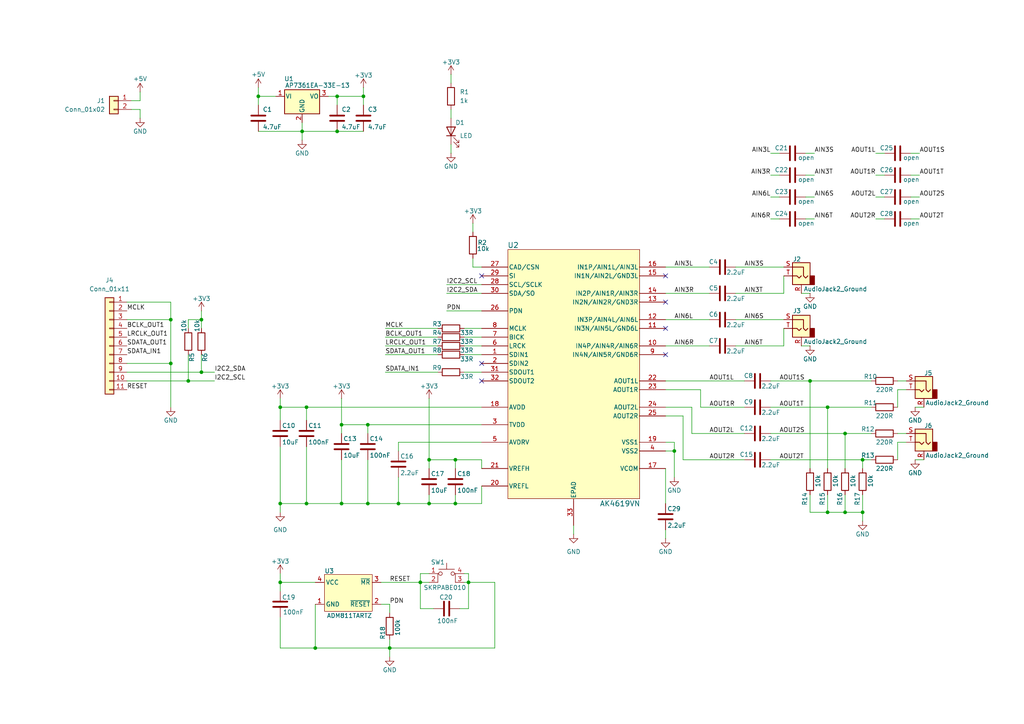
<source format=kicad_sch>
(kicad_sch (version 20250114) (generator "eeschema") (generator_version "9.0")
  (paper "A4")
  (lib_symbols
    (symbol "AudioJack2_Ground_1"
      (property "Reference" "J1" (at -0.635 8.89 0))
      (property "Value" "AudioJack2_Ground" (at -0.635 6.35 0))
      (symbol "AudioJack2_Ground_1_0_1"
        (rectangle (start -2.54 -2.54) (end -3.81 0) (stroke (width 0.254)) (fill (type outline)))
        (polyline (pts (xy 0 0) (xy 0.635 -0.635) (xy 1.27 0) (xy 2.54 0)) (stroke (width 0.254)))
        (rectangle (start 2.54 3.81) (end -2.54 -2.54) (stroke (width 0.254)) (fill (type background)))
        (polyline (pts (xy 2.54 2.54) (xy -0.635 2.54) (xy -0.635 0) (xy -1.27 -0.635) (xy -1.905 0)) (stroke (width 0.254)))
      )
      (symbol "AudioJack2_Ground_1_1_1"
        (pin passive line (at 0 -5.08 90) (length 2.54) (name "~") (number "R"))
        (pin passive line (at 5.08 2.54 180) (length 2.54) (name "~") (number "S"))
        (pin passive line (at 5.08 0 180) (length 2.54) (name "~") (number "T"))
      )
    )
    (symbol "Connector_Generic:Conn_01x02" (pin_names (offset 1.016) (hide yes))
      (property "Reference" "J" (at 0 2.54 0))
      (property "Value" "Conn_01x02" (at 0 -5.08 0))
      (symbol "Conn_01x02_1_1"
        (rectangle (start -1.27 1.27) (end 1.27 -3.81) (stroke (width 0.254)) (fill (type background)))
        (rectangle (start -1.27 0.127) (end 0 -0.127) (stroke (width 0.1524)))
        (rectangle (start -1.27 -2.413) (end 0 -2.667) (stroke (width 0.1524)))
        (pin passive line (at -5.08 0 0) (length 3.81) (name "Pin_1") (number "1"))
        (pin passive line (at -5.08 -2.54 0) (length 3.81) (name "Pin_2") (number "2"))
      )
    )
    (symbol "Connector_Generic:Conn_01x11" (pin_names (offset 1.016) (hide yes))
      (property "Reference" "J" (at 0 15.24 0))
      (property "Value" "Conn_01x11" (at 0 -15.24 0))
      (symbol "Conn_01x11_1_1"
        (rectangle (start -1.27 13.97) (end 1.27 -13.97) (stroke (width 0.254)) (fill (type background)))
        (rectangle (start -1.27 12.827) (end 0 12.573) (stroke (width 0.1524)))
        (rectangle (start -1.27 10.287) (end 0 10.033) (stroke (width 0.1524)))
        (rectangle (start -1.27 7.747) (end 0 7.493) (stroke (width 0.1524)))
        (rectangle (start -1.27 5.207) (end 0 4.953) (stroke (width 0.1524)))
        (rectangle (start -1.27 2.667) (end 0 2.413) (stroke (width 0.1524)))
        (rectangle (start -1.27 0.127) (end 0 -0.127) (stroke (width 0.1524)))
        (rectangle (start -1.27 -2.413) (end 0 -2.667) (stroke (width 0.1524)))
        (rectangle (start -1.27 -4.953) (end 0 -5.207) (stroke (width 0.1524)))
        (rectangle (start -1.27 -7.493) (end 0 -7.747) (stroke (width 0.1524)))
        (rectangle (start -1.27 -10.033) (end 0 -10.287) (stroke (width 0.1524)))
        (rectangle (start -1.27 -12.573) (end 0 -12.827) (stroke (width 0.1524)))
        (pin passive line (at -5.08 12.7 0) (length 3.81) (name "Pin_1") (number "1"))
        (pin passive line (at -5.08 10.16 0) (length 3.81) (name "Pin_2") (number "2"))
        (pin passive line (at -5.08 7.62 0) (length 3.81) (name "Pin_3") (number "3"))
        (pin passive line (at -5.08 5.08 0) (length 3.81) (name "Pin_4") (number "4"))
        (pin passive line (at -5.08 2.54 0) (length 3.81) (name "Pin_5") (number "5"))
        (pin passive line (at -5.08 0 0) (length 3.81) (name "Pin_6") (number "6"))
        (pin passive line (at -5.08 -2.54 0) (length 3.81) (name "Pin_7") (number "7"))
        (pin passive line (at -5.08 -5.08 0) (length 3.81) (name "Pin_8") (number "8"))
        (pin passive line (at -5.08 -7.62 0) (length 3.81) (name "Pin_9") (number "9"))
        (pin passive line (at -5.08 -10.16 0) (length 3.81) (name "Pin_10") (number "10"))
        (pin passive line (at -5.08 -12.7 0) (length 3.81) (name "Pin_11") (number "11"))
      )
    )
    (symbol "Device:C" (pin_numbers (hide yes)) (pin_names (offset 0.254))
      (property "Reference" "C" (at 0.635 2.54 0))
      (property "Value" "C" (at 0.635 -2.54 0))
      (symbol "C_0_1"
        (polyline (pts (xy -2.032 0.762) (xy 2.032 0.762)) (stroke (width 0.508)))
        (polyline (pts (xy -2.032 -0.762) (xy 2.032 -0.762)) (stroke (width 0.508)))
      )
      (symbol "C_1_1"
        (pin passive line (at 0 3.81 270) (length 2.794) (name "~") (number "1"))
        (pin passive line (at 0 -3.81 90) (length 2.794) (name "~") (number "2"))
      )
    )
    (symbol "Device:LED" (pin_numbers (hide yes)) (pin_names (offset 1.016) (hide yes))
      (property "Reference" "D" (at 0 2.54 0))
      (property "Value" "LED" (at 0 -2.54 0))
      (symbol "LED_0_1"
        (polyline (pts (xy -3.048 -0.762) (xy -4.572 -2.286) (xy -3.81 -2.286) (xy -4.572 -2.286) (xy -4.572 -1.524)))
        (polyline (pts (xy -1.778 -0.762) (xy -3.302 -2.286) (xy -2.54 -2.286) (xy -3.302 -2.286) (xy -3.302 -1.524)))
        (polyline (pts (xy -1.27 0) (xy 1.27 0)))
        (polyline (pts (xy -1.27 -1.27) (xy -1.27 1.27)) (stroke (width 0.254)))
        (polyline (pts (xy 1.27 -1.27) (xy 1.27 1.27) (xy -1.27 0) (xy 1.27 -1.27)) (stroke (width 0.254)))
      )
      (symbol "LED_1_1"
        (pin passive line (at -3.81 0 0) (length 2.54) (name "K") (number "1"))
        (pin passive line (at 3.81 0 180) (length 2.54) (name "A") (number "2"))
      )
    )
    (symbol "Device:R" (pin_numbers (hide yes)) (pin_names (offset 0))
      (property "Reference" "R" (at 2.032 0 90))
      (property "Value" "R" (at 0 0 90))
      (symbol "R_0_1"
        (rectangle (start -1.016 -2.54) (end 1.016 2.54) (stroke (width 0.254)))
      )
      (symbol "R_1_1"
        (pin passive line (at 0 3.81 270) (length 1.27) (name "~") (number "1"))
        (pin passive line (at 0 -3.81 90) (length 1.27) (name "~") (number "2"))
      )
    )
    (symbol "My_Parts:ADM811"
      (property "Reference" "U" (at -6.858 5.842 0))
      (property "Value" "ADM811TARTZ" (at -0.508 -6.858 0))
      (symbol "ADM811_1_1"
        (rectangle (start -7.493 4.826) (end 6.35 -5.842) (fill (type background)))
        (pin power_in line (at -10.16 2.54 0) (length 2.54) (name "VCC") (number "4"))
        (pin passive line (at -10.16 -3.81 0) (length 2.54) (name "GND") (number "1"))
        (pin input line (at 8.89 2.54 180) (length 2.54) (name "~{MR}") (number "3"))
        (pin output line (at 8.89 -3.81 180) (length 2.54) (name "~{RESET}") (number "2"))
      )
    )
    (symbol "My_Parts:AK4619VN" (pin_names (offset 0.254))
      (property "Reference" "U" (at -18.034 34.29 0))
      (property "Value" "AK4619VN" (at 13.208 -40.894 0))
      (symbol "AK4619VN_1_1"
        (rectangle (start -19.05 33.02) (end 19.177 -39.243) (fill (type background)))
        (pin input line (at -26.67 27.94 0) (length 7.62) (name "CAD/CSN") (number "27"))
        (pin input line (at -26.67 25.4 0) (length 7.62) (name "SI") (number "29"))
        (pin input line (at -26.67 22.86 0) (length 7.62) (name "SCL/SCLK") (number "28"))
        (pin bidirectional line (at -26.67 20.32 0) (length 7.62) (name "SDA/SO") (number "30"))
        (pin input line (at -26.67 15.24 0) (length 7.62) (name "PDN") (number "26"))
        (pin input line (at -26.67 10.16 0) (length 7.62) (name "MCLK") (number "8"))
        (pin input line (at -26.67 7.62 0) (length 7.62) (name "BICK") (number "7"))
        (pin input line (at -26.67 5.08 0) (length 7.62) (name "LRCK") (number "6"))
        (pin input line (at -26.67 2.54 0) (length 7.62) (name "SDIN1") (number "1"))
        (pin input line (at -26.67 0 0) (length 7.62) (name "SDIN2") (number "2"))
        (pin output line (at -26.67 -2.54 0) (length 7.62) (name "SDOUT1") (number "31"))
        (pin output line (at -26.67 -5.08 0) (length 7.62) (name "SDOUT2") (number "32"))
        (pin power_in line (at -26.67 -12.7 0) (length 7.62) (name "AVDD") (number "18"))
        (pin power_in line (at -26.67 -17.78 0) (length 7.62) (name "TVDD") (number "3"))
        (pin power_out line (at -26.67 -22.86 0) (length 7.62) (name "AVDRV") (number "5"))
        (pin input line (at -26.67 -30.48 0) (length 7.62) (name "VREFH") (number "21"))
        (pin input line (at -26.67 -35.56 0) (length 7.62) (name "VREFL") (number "20"))
        (pin passive line (at 0 -46.99 90) (length 7.62) (name "EPAD") (number "33"))
        (pin input line (at 26.67 27.94 180) (length 7.62) (name "IN1P/AIN1L/AIN3L") (number "16"))
        (pin input line (at 26.67 25.4 180) (length 7.62) (name "IN1N/AIN2L/GND3L") (number "15"))
        (pin input line (at 26.67 20.32 180) (length 7.62) (name "IN2P/AIN1R/AIN3R") (number "14"))
        (pin input line (at 26.67 17.78 180) (length 7.62) (name "IN2N/AIN2R/GND3R") (number "13"))
        (pin input line (at 26.67 12.7 180) (length 7.62) (name "IN3P/AIN4L/AIN6L") (number "12"))
        (pin input line (at 26.67 10.16 180) (length 7.62) (name "IN3N/AIN5L/GND6L") (number "11"))
        (pin input line (at 26.67 5.08 180) (length 7.62) (name "IN4P/AIN4R/AIN6R") (number "10"))
        (pin input line (at 26.67 2.54 180) (length 7.62) (name "IN4N/AIN5R/GND6R") (number "9"))
        (pin output line (at 26.67 -5.08 180) (length 7.62) (name "AOUT1L") (number "22"))
        (pin output line (at 26.67 -7.62 180) (length 7.62) (name "AOUT1R") (number "23"))
        (pin output line (at 26.67 -12.7 180) (length 7.62) (name "AOUT2L") (number "24"))
        (pin output line (at 26.67 -15.24 180) (length 7.62) (name "AOUT2R") (number "25"))
        (pin passive line (at 26.67 -22.86 180) (length 7.62) (name "VSS1") (number "19"))
        (pin passive line (at 26.67 -25.4 180) (length 7.62) (name "VSS2") (number "4"))
        (pin output line (at 26.67 -30.48 180) (length 7.62) (name "VCOM") (number "17"))
      )
    )
    (symbol "Regulator_Linear:AP7361C-18E" (pin_names (offset 0.254))
      (property "Reference" "U" (at -3.81 3.175 0))
      (property "Value" "AP7361C-18E" (at 0 3.175 0))
      (symbol "AP7361C-18E_0_1"
        (rectangle (start -5.08 -5.08) (end 5.08 1.905) (stroke (width 0.254)) (fill (type background)))
      )
      (symbol "AP7361C-18E_1_1"
        (pin power_in line (at -7.62 0 0) (length 2.54) (name "VI") (number "1"))
        (pin power_in line (at 0 -7.62 90) (length 2.54) (name "GND") (number "2"))
        (pin power_out line (at 7.62 0 180) (length 2.54) (name "VO") (number "3"))
      )
    )
    (symbol "Switch:SW_MEC_5E" (pin_names (offset 1.016) (hide yes))
      (property "Reference" "SW" (at 0.635 5.715 0))
      (property "Value" "SW_MEC_5E" (at 0 -3.175 0))
      (symbol "SW_MEC_5E_0_1"
        (polyline (pts (xy -2.54 0) (xy -2.54 2.54) (xy -2.286 2.54)))
        (polyline (pts (xy -2.286 3.81) (xy 2.286 3.81)))
        (circle (center -1.778 2.54) (radius 0.508))
        (polyline (pts (xy 0 3.81) (xy 0 5.588)))
        (circle (center 1.778 2.54) (radius 0.508))
        (polyline (pts (xy 2.54 0) (xy 2.54 2.54) (xy 2.286 2.54)))
        (pin passive line (at -5.08 2.54 0) (length 2.54) (name "1") (number "1"))
        (pin passive line (at -5.08 0 0) (length 2.54) (name "2") (number "2"))
        (pin passive line (at 5.08 2.54 180) (length 2.54) (name "A") (number "4"))
        (pin passive line (at 5.08 0 180) (length 2.54) (name "K") (number "3"))
      )
    )
    (symbol "power:+3V3" (power) (pin_numbers (hide yes)) (pin_names (offset 0) (hide yes))
      (property "Value" "+3V3" (at 0 3.556 0))
      (symbol "+3V3_0_1"
        (polyline (pts (xy -0.762 1.27) (xy 0 2.54)))
        (polyline (pts (xy 0 2.54) (xy 0.762 1.27)))
        (polyline (pts (xy 0 0) (xy 0 2.54)))
      )
      (symbol "+3V3_1_1"
        (pin power_in line (at 0 0 90) (length 0) (name "~") (number "1"))
      )
    )
    (symbol "power:+5V" (power) (pin_numbers (hide yes)) (pin_names (offset 0) (hide yes))
      (property "Value" "+5V" (at 0 3.556 0))
      (symbol "+5V_0_1"
        (polyline (pts (xy -0.762 1.27) (xy 0 2.54)))
        (polyline (pts (xy 0 2.54) (xy 0.762 1.27)))
        (polyline (pts (xy 0 0) (xy 0 2.54)))
      )
      (symbol "+5V_1_1"
        (pin power_in line (at 0 0 90) (length 0) (name "~") (number "1"))
      )
    )
    (symbol "power:GND" (power) (pin_numbers (hide yes)) (pin_names (offset 0) (hide yes))
      (property "Value" "GND" (at 0 -3.81 0))
      (symbol "GND_0_1"
        (polyline (pts (xy 0 0) (xy 0 -1.27) (xy 1.27 -1.27) (xy 0 -2.54) (xy -1.27 -1.27) (xy 0 -1.27)))
      )
      (symbol "GND_1_1"
        (pin power_in line (at 0 0 270) (length 0) (name "~") (number "1"))
      )
    )
  )
  (junction (at 99.06 146.05))
  (junction (at 88.9 118.11))
  (junction (at 240.03 118.11))
  (junction (at 115.57 146.05))
  (junction (at 81.28 168.91))
  (junction (at 81.28 146.05))
  (junction (at 58.42 107.95))
  (junction (at 240.03 148.59))
  (junction (at 97.79 38.1))
  (junction (at 88.9 146.05))
  (junction (at 87.63 38.1))
  (junction (at 97.79 27.94))
  (junction (at 132.08 133.35))
  (junction (at 250.19 148.59))
  (junction (at 49.53 105.41))
  (junction (at 81.28 118.11))
  (junction (at 74.93 27.94))
  (junction (at 113.03 187.96))
  (junction (at 54.61 110.49))
  (junction (at 124.46 146.05))
  (junction (at 121.92 168.91))
  (junction (at 234.95 110.49))
  (junction (at 195.58 130.81))
  (junction (at 106.68 123.19))
  (junction (at 124.46 133.35))
  (junction (at 105.41 27.94))
  (junction (at 58.42 92.71))
  (junction (at 49.53 92.71))
  (junction (at 245.11 125.73))
  (junction (at 99.06 123.19))
  (junction (at 132.08 146.05))
  (junction (at 91.44 187.96))
  (junction (at 106.68 146.05))
  (junction (at 135.89 168.91))
  (junction (at 245.11 148.59))
  (junction (at 250.19 133.35))
  (no_connect (at 193.04 87.63))
  (no_connect (at 139.7 110.49))
  (no_connect (at 193.04 80.01))
  (no_connect (at 193.04 102.87))
  (no_connect (at 139.7 80.01))
  (no_connect (at 193.04 95.25))
  (no_connect (at 139.7 105.41))
  (wire (pts (xy 36.83 107.95) (xy 58.42 107.95)))
  (wire (pts (xy 130.81 41.91) (xy 130.81 44.45)))
  (wire (pts (xy 250.19 143.51) (xy 250.19 148.59)))
  (wire (pts (xy 143.51 168.91) (xy 135.89 168.91)))
  (wire (pts (xy 193.04 110.49) (xy 215.9 110.49)))
  (wire (pts (xy 124.46 143.51) (xy 124.46 146.05)))
  (wire (pts (xy 134.62 107.95) (xy 139.7 107.95)))
  (wire (pts (xy 193.04 113.03) (xy 203.2 113.03)))
  (wire (pts (xy 200.66 125.73) (xy 215.9 125.73)))
  (wire (pts (xy 81.28 179.07) (xy 81.28 187.96)))
  (wire (pts (xy 80.01 27.94) (xy 74.93 27.94)))
  (wire (pts (xy 223.52 57.15) (xy 226.06 57.15)))
  (wire (pts (xy 234.95 148.59) (xy 240.03 148.59)))
  (wire (pts (xy 87.63 38.1) (xy 97.79 38.1)))
  (wire (pts (xy 115.57 128.27) (xy 139.7 128.27)))
  (wire (pts (xy 254 63.5) (xy 256.54 63.5)))
  (wire (pts (xy 245.11 125.73) (xy 245.11 135.89)))
  (wire (pts (xy 81.28 166.37) (xy 81.28 168.91)))
  (wire (pts (xy 74.93 27.94) (xy 74.93 30.48)))
  (wire (pts (xy 193.04 130.81) (xy 195.58 130.81)))
  (wire (pts (xy 111.76 107.95) (xy 127 107.95)))
  (wire (pts (xy 250.19 148.59) (xy 250.19 151.13)))
  (wire (pts (xy 250.19 133.35) (xy 250.19 135.89)))
  (wire (pts (xy 124.46 166.37) (xy 121.92 166.37)))
  (wire (pts (xy 130.81 21.59) (xy 130.81 24.13)))
  (wire (pts (xy 106.68 146.05) (xy 115.57 146.05)))
  (wire (pts (xy 223.52 118.11) (xy 240.03 118.11)))
  (wire (pts (xy 227.33 85.09) (xy 227.33 80.01)))
  (wire (pts (xy 193.04 77.47) (xy 205.74 77.47)))
  (wire (pts (xy 58.42 102.87) (xy 58.42 107.95)))
  (wire (pts (xy 245.11 125.73) (xy 252.73 125.73)))
  (wire (pts (xy 233.68 50.8) (xy 236.22 50.8)))
  (wire (pts (xy 74.93 38.1) (xy 87.63 38.1)))
  (wire (pts (xy 95.25 27.94) (xy 97.79 27.94)))
  (wire (pts (xy 106.68 133.35) (xy 106.68 146.05)))
  (wire (pts (xy 198.12 133.35) (xy 215.9 133.35)))
  (wire (pts (xy 129.54 85.09) (xy 139.7 85.09)))
  (wire (pts (xy 87.63 38.1) (xy 87.63 40.64)))
  (wire (pts (xy 139.7 118.11) (xy 88.9 118.11)))
  (wire (pts (xy 234.95 143.51) (xy 234.95 148.59)))
  (wire (pts (xy 99.06 133.35) (xy 99.06 146.05)))
  (wire (pts (xy 137.16 77.47) (xy 139.7 77.47)))
  (wire (pts (xy 139.7 135.89) (xy 139.7 133.35)))
  (wire (pts (xy 81.28 168.91) (xy 81.28 171.45)))
  (wire (pts (xy 137.16 74.93) (xy 137.16 77.47)))
  (wire (pts (xy 134.62 100.33) (xy 139.7 100.33)))
  (wire (pts (xy 87.63 35.56) (xy 87.63 38.1)))
  (wire (pts (xy 134.62 166.37) (xy 135.89 166.37)))
  (wire (pts (xy 105.41 25.4) (xy 105.41 27.94)))
  (wire (pts (xy 265.43 133.35) (xy 267.97 133.35)))
  (wire (pts (xy 213.36 92.71) (xy 227.33 92.71)))
  (wire (pts (xy 110.49 168.91) (xy 121.92 168.91)))
  (wire (pts (xy 134.62 95.25) (xy 139.7 95.25)))
  (wire (pts (xy 88.9 118.11) (xy 88.9 121.92)))
  (wire (pts (xy 58.42 92.71) (xy 58.42 95.25)))
  (wire (pts (xy 234.95 110.49) (xy 252.73 110.49)))
  (wire (pts (xy 36.83 110.49) (xy 54.61 110.49)))
  (wire (pts (xy 233.68 44.45) (xy 236.22 44.45)))
  (wire (pts (xy 113.03 187.96) (xy 113.03 190.5)))
  (wire (pts (xy 124.46 146.05) (xy 132.08 146.05)))
  (wire (pts (xy 135.89 166.37) (xy 135.89 168.91)))
  (wire (pts (xy 113.03 175.26) (xy 113.03 177.8)))
  (wire (pts (xy 133.35 176.53) (xy 135.89 176.53)))
  (wire (pts (xy 129.54 90.17) (xy 139.7 90.17)))
  (wire (pts (xy 36.83 105.41) (xy 49.53 105.41)))
  (wire (pts (xy 81.28 118.11) (xy 88.9 118.11)))
  (wire (pts (xy 124.46 135.89) (xy 124.46 133.35)))
  (wire (pts (xy 105.41 27.94) (xy 97.79 27.94)))
  (wire (pts (xy 227.33 100.33) (xy 227.33 95.25)))
  (wire (pts (xy 115.57 138.43) (xy 115.57 146.05)))
  (wire (pts (xy 115.57 130.81) (xy 115.57 128.27)))
  (wire (pts (xy 193.04 120.65) (xy 198.12 120.65)))
  (wire (pts (xy 111.76 100.33) (xy 127 100.33)))
  (wire (pts (xy 49.53 87.63) (xy 49.53 92.71)))
  (wire (pts (xy 213.36 85.09) (xy 227.33 85.09)))
  (wire (pts (xy 193.04 118.11) (xy 200.66 118.11)))
  (wire (pts (xy 245.11 143.51) (xy 245.11 148.59)))
  (wire (pts (xy 125.73 176.53) (xy 121.92 176.53)))
  (wire (pts (xy 260.35 133.35) (xy 260.35 128.27)))
  (wire (pts (xy 62.23 107.95) (xy 58.42 107.95)))
  (wire (pts (xy 139.7 140.97) (xy 139.7 146.05)))
  (wire (pts (xy 81.28 148.59) (xy 81.28 146.05)))
  (wire (pts (xy 62.23 110.49) (xy 54.61 110.49)))
  (wire (pts (xy 54.61 95.25) (xy 54.61 92.71)))
  (wire (pts (xy 91.44 175.26) (xy 91.44 187.96)))
  (wire (pts (xy 223.52 63.5) (xy 226.06 63.5)))
  (wire (pts (xy 240.03 118.11) (xy 252.73 118.11)))
  (wire (pts (xy 111.76 102.87) (xy 127 102.87)))
  (wire (pts (xy 110.49 175.26) (xy 113.03 175.26)))
  (wire (pts (xy 223.52 133.35) (xy 250.19 133.35)))
  (wire (pts (xy 260.35 128.27) (xy 262.89 128.27)))
  (wire (pts (xy 240.03 143.51) (xy 240.03 148.59)))
  (wire (pts (xy 81.28 115.57) (xy 81.28 118.11)))
  (wire (pts (xy 115.57 146.05) (xy 124.46 146.05)))
  (wire (pts (xy 49.53 92.71) (xy 49.53 105.41)))
  (wire (pts (xy 38.1 29.21) (xy 40.64 29.21)))
  (wire (pts (xy 137.16 64.77) (xy 137.16 67.31)))
  (wire (pts (xy 135.89 176.53) (xy 135.89 168.91)))
  (wire (pts (xy 91.44 168.91) (xy 81.28 168.91)))
  (wire (pts (xy 113.03 185.42) (xy 113.03 187.96)))
  (wire (pts (xy 134.62 97.79) (xy 139.7 97.79)))
  (wire (pts (xy 193.04 153.67) (xy 193.04 156.21)))
  (wire (pts (xy 232.41 85.09) (xy 234.95 85.09)))
  (wire (pts (xy 105.41 30.48) (xy 105.41 27.94)))
  (wire (pts (xy 134.62 102.87) (xy 139.7 102.87)))
  (wire (pts (xy 260.35 118.11) (xy 260.35 113.03)))
  (wire (pts (xy 264.16 57.15) (xy 266.7 57.15)))
  (wire (pts (xy 223.52 125.73) (xy 245.11 125.73)))
  (wire (pts (xy 195.58 128.27) (xy 195.58 130.81)))
  (wire (pts (xy 232.41 100.33) (xy 234.95 100.33)))
  (wire (pts (xy 223.52 44.45) (xy 226.06 44.45)))
  (wire (pts (xy 91.44 187.96) (xy 113.03 187.96)))
  (wire (pts (xy 132.08 146.05) (xy 139.7 146.05)))
  (wire (pts (xy 54.61 92.71) (xy 58.42 92.71)))
  (wire (pts (xy 233.68 63.5) (xy 236.22 63.5)))
  (wire (pts (xy 193.04 135.89) (xy 193.04 146.05)))
  (wire (pts (xy 234.95 110.49) (xy 234.95 135.89)))
  (wire (pts (xy 240.03 118.11) (xy 240.03 135.89)))
  (wire (pts (xy 143.51 187.96) (xy 113.03 187.96)))
  (wire (pts (xy 213.36 77.47) (xy 227.33 77.47)))
  (wire (pts (xy 193.04 100.33) (xy 205.74 100.33)))
  (wire (pts (xy 99.06 146.05) (xy 106.68 146.05)))
  (wire (pts (xy 203.2 113.03) (xy 203.2 118.11)))
  (wire (pts (xy 260.35 110.49) (xy 262.89 110.49)))
  (wire (pts (xy 250.19 133.35) (xy 252.73 133.35)))
  (wire (pts (xy 36.83 92.71) (xy 49.53 92.71)))
  (wire (pts (xy 88.9 146.05) (xy 99.06 146.05)))
  (wire (pts (xy 129.54 82.55) (xy 139.7 82.55)))
  (wire (pts (xy 121.92 168.91) (xy 124.46 168.91)))
  (wire (pts (xy 74.93 25.4) (xy 74.93 27.94)))
  (wire (pts (xy 193.04 92.71) (xy 205.74 92.71)))
  (wire (pts (xy 99.06 115.57) (xy 99.06 123.19)))
  (wire (pts (xy 88.9 129.54) (xy 88.9 146.05)))
  (wire (pts (xy 121.92 166.37) (xy 121.92 168.91)))
  (wire (pts (xy 54.61 102.87) (xy 54.61 110.49)))
  (wire (pts (xy 139.7 123.19) (xy 106.68 123.19)))
  (wire (pts (xy 132.08 133.35) (xy 139.7 133.35)))
  (wire (pts (xy 99.06 125.73) (xy 99.06 123.19)))
  (wire (pts (xy 81.28 146.05) (xy 88.9 146.05)))
  (wire (pts (xy 38.1 31.75) (xy 40.64 31.75)))
  (wire (pts (xy 254 44.45) (xy 256.54 44.45)))
  (wire (pts (xy 111.76 97.79) (xy 127 97.79)))
  (wire (pts (xy 200.66 118.11) (xy 200.66 125.73)))
  (wire (pts (xy 260.35 125.73) (xy 262.89 125.73)))
  (wire (pts (xy 264.16 63.5) (xy 266.7 63.5)))
  (wire (pts (xy 97.79 38.1) (xy 105.41 38.1)))
  (wire (pts (xy 40.64 29.21) (xy 40.64 26.67)))
  (wire (pts (xy 97.79 27.94) (xy 97.79 30.48)))
  (wire (pts (xy 223.52 50.8) (xy 226.06 50.8)))
  (wire (pts (xy 143.51 168.91) (xy 143.51 187.96)))
  (wire (pts (xy 135.89 168.91) (xy 134.62 168.91)))
  (wire (pts (xy 106.68 123.19) (xy 106.68 125.73)))
  (wire (pts (xy 203.2 118.11) (xy 215.9 118.11)))
  (wire (pts (xy 193.04 85.09) (xy 205.74 85.09)))
  (wire (pts (xy 81.28 187.96) (xy 91.44 187.96)))
  (wire (pts (xy 166.37 154.94) (xy 166.37 152.4)))
  (wire (pts (xy 233.68 57.15) (xy 236.22 57.15)))
  (wire (pts (xy 36.83 87.63) (xy 49.53 87.63)))
  (wire (pts (xy 260.35 113.03) (xy 262.89 113.03)))
  (wire (pts (xy 130.81 31.75) (xy 130.81 34.29)))
  (wire (pts (xy 193.04 128.27) (xy 195.58 128.27)))
  (wire (pts (xy 124.46 133.35) (xy 132.08 133.35)))
  (wire (pts (xy 132.08 146.05) (xy 132.08 143.51)))
  (wire (pts (xy 240.03 148.59) (xy 245.11 148.59)))
  (wire (pts (xy 264.16 44.45) (xy 266.7 44.45)))
  (wire (pts (xy 254 50.8) (xy 256.54 50.8)))
  (wire (pts (xy 132.08 133.35) (xy 132.08 135.89)))
  (wire (pts (xy 121.92 176.53) (xy 121.92 168.91)))
  (wire (pts (xy 213.36 100.33) (xy 227.33 100.33)))
  (wire (pts (xy 195.58 130.81) (xy 195.58 138.43)))
  (wire (pts (xy 40.64 31.75) (xy 40.64 34.29)))
  (wire (pts (xy 111.76 95.25) (xy 127 95.25)))
  (wire (pts (xy 254 57.15) (xy 256.54 57.15)))
  (wire (pts (xy 81.28 129.54) (xy 81.28 146.05)))
  (wire (pts (xy 223.52 110.49) (xy 234.95 110.49)))
  (wire (pts (xy 81.28 121.92) (xy 81.28 118.11)))
  (wire (pts (xy 245.11 148.59) (xy 250.19 148.59)))
  (wire (pts (xy 198.12 120.65) (xy 198.12 133.35)))
  (wire (pts (xy 49.53 105.41) (xy 49.53 118.11)))
  (wire (pts (xy 264.16 50.8) (xy 266.7 50.8)))
  (wire (pts (xy 58.42 90.17) (xy 58.42 92.71)))
  (wire (pts (xy 99.06 123.19) (xy 106.68 123.19)))
  (wire (pts (xy 265.43 118.11) (xy 267.97 118.11)))
  (wire (pts (xy 124.46 115.57) (xy 124.46 133.35)))
  (label "BCLK_OUT1" (at 111.76 97.79 0))
  (label "SDATA_IN1" (at 111.76 107.95 0))
  (label "AOUT1T" (at 266.7 50.8 0))
  (label "AOUT1L" (at 205.74 110.49 0))
  (label "SDATA_IN1" (at 36.83 102.87 0))
  (label "AOUT2T" (at 226.06 133.35 0))
  (label "MCLK" (at 36.83 90.17 0))
  (label "AIN6L" (at 223.52 57.15 180))
  (label "AOUT2R" (at 205.74 133.35 0))
  (label "AIN6L" (at 195.58 92.71 0))
  (label "PDN" (at 129.54 90.17 0))
  (label "RESET" (at 113.03 168.91 0))
  (label "AOUT2S" (at 226.06 125.73 0))
  (label "AIN3S" (at 236.22 44.45 0))
  (label "AIN6S" (at 236.22 57.15 0))
  (label "AIN6S" (at 215.9 92.71 0))
  (label "AOUT2L" (at 254 57.15 180))
  (label "AOUT1R" (at 254 50.8 180))
  (label "RESET" (at 36.83 113.03 0))
  (label "AOUT1R" (at 205.74 118.11 0))
  (label "AOUT2R" (at 254 63.5 180))
  (label "AOUT1S" (at 266.7 44.45 0))
  (label "AIN6T" (at 215.9 100.33 0))
  (label "AOUT1T" (at 226.06 118.11 0))
  (label "LRCLK_OUT1" (at 111.76 100.33 0))
  (label "AIN6T" (at 236.22 63.5 0))
  (label "AIN3R" (at 223.52 50.8 180))
  (label "SDATA_OUT1" (at 36.83 100.33 0))
  (label "AIN3R" (at 195.58 85.09 0))
  (label "I2C2_SDA" (at 129.54 85.09 0))
  (label "AOUT2S" (at 266.7 57.15 0))
  (label "AOUT1S" (at 226.06 110.49 0))
  (label "AIN3T" (at 236.22 50.8 0))
  (label "AIN3T" (at 215.9 85.09 0))
  (label "I2C2_SDA" (at 62.23 107.95 0))
  (label "AOUT1L" (at 254 44.45 180))
  (label "AIN3L" (at 195.58 77.47 0))
  (label "I2C2_SCL" (at 62.23 110.49 0))
  (label "AOUT2L" (at 205.74 125.73 0))
  (label "BCLK_OUT1" (at 36.83 95.25 0))
  (label "I2C2_SCL" (at 129.54 82.55 0))
  (label "MCLK" (at 111.76 95.25 0))
  (label "LRCLK_OUT1" (at 36.83 97.79 0))
  (label "AOUT2T" (at 266.7 63.5 0))
  (label "AIN3S" (at 215.9 77.47 0))
  (label "AIN6R" (at 195.58 100.33 0))
  (label "PDN" (at 113.03 175.26 0))
  (label "SDATA_OUT1" (at 111.76 102.87 0))
  (label "AIN6R" (at 223.52 63.5 180))
  (label "AIN3L" (at 223.52 44.45 180))
  (symbol (lib_id "power:GND") (at 234.95 85.09 0) (unit 1)
    (property "Reference" "#PWR09" (effects (hide yes)))
    (property "Value" "GND" (at 234.95 88.9 0))
    (property "Description" "Power symbol creates a global label with name \"GND\" , ground" (effects (hide yes)))
  )
  (symbol (lib_id "Device:C") (at 229.87 57.15 90) (unit 1)
    (property "Reference" "C23" (at 228.6 55.626 90) (effects (justify left)))
    (property "Value" "open" (at 236.22 58.42 90) (effects (justify left)))
    (property "Footprint" "Capacitor_SMD:C_1812_4532Metric_Pad1.57x3.40mm_HandSolder" (effects (hide yes)))
    (property "Description" "Unpolarized capacitor" (effects (hide yes)))
  )
  (symbol (lib_id "Device:C") (at 106.68 129.54 0) (unit 1)
    (property "Reference" "C14" (at 107.188 127.254 0) (effects (justify left)))
    (property "Value" "100nF" (at 107.188 132.08 0) (effects (justify left)))
    (property "Footprint" "Capacitor_SMD:C_0201_0603Metric" (effects (hide yes)))
    (property "Description" "Unpolarized capacitor" (effects (hide yes)))
  )
  (symbol (lib_id "power:+3V3") (at 130.81 21.59 0) (unit 1)
    (property "Reference" "#PWR01" (effects (hide yes)))
    (property "Value" "+3V3" (at 130.81 18.034 0))
    (property "Description" "Power symbol creates a global label with name \"+3V3\"" (effects (hide yes)))
  )
  (symbol (lib_id "Device:C") (at 209.55 100.33 90) (unit 1)
    (property "Reference" "C7" (at 208.28 98.806 90) (effects (justify left)))
    (property "Value" "2.2uF" (at 216.154 101.854 90) (effects (justify left)))
    (property "Footprint" "Capacitor_SMD:C_1210_3225Metric_Pad1.33x2.70mm_HandSolder" (effects (hide yes)))
    (property "Description" "Unpolarized capacitor" (effects (hide yes)))
  )
  (symbol (lib_id "Device:C") (at 209.55 92.71 90) (unit 1)
    (property "Reference" "C6" (at 208.28 91.186 90) (effects (justify left)))
    (property "Value" "2.2uF" (at 216.154 94.234 90) (effects (justify left)))
    (property "Footprint" "Capacitor_SMD:C_1210_3225Metric_Pad1.33x2.70mm_HandSolder" (effects (hide yes)))
    (property "Description" "Unpolarized capacitor" (effects (hide yes)))
  )
  (symbol (lib_id "My_Parts:ADM811") (at 101.6 171.45 0) (unit 1)
    (property "Reference" "U3" (at 95.504 165.608 0))
    (property "Value" "ADM811TARTZ" (at 101.346 178.562 0))
    (property "Footprint" "Package_TO_SOT_SMD:SOT-143" (effects (hide yes)))
  )
  (symbol (lib_id "Device:R") (at 113.03 181.61 180) (unit 1)
    (property "Reference" "R18" (at 110.998 181.61 90) (effects (justify left)))
    (property "Value" "100k" (at 115.316 179.578 90) (effects (justify left)))
    (property "Footprint" "Resistor_SMD:R_0201_0603Metric" (effects (hide yes)))
    (property "Description" "Resistor" (effects (hide yes)))
  )
  (symbol (lib_id "Device:R") (at 130.81 97.79 90) (unit 1)
    (property "Reference" "R4" (at 126.746 96.52 90))
    (property "Value" "33R" (at 135.382 99.06 90))
    (property "Footprint" "Resistor_SMD:R_0201_0603Metric" (effects (hide yes)))
    (property "Description" "Resistor" (effects (hide yes)))
  )
  (symbol (lib_id "Device:C") (at 105.41 34.29 0) (unit 1)
    (property "Reference" "C3" (at 106.68 31.75 0) (effects (justify left)))
    (property "Value" "4.7uF" (at 106.68 36.83 0) (effects (justify left)))
    (property "Footprint" "Capacitor_SMD:C_0603_1608Metric" (effects (hide yes)))
  )
  (symbol (lib_id "power:GND") (at 130.81 44.45 0) (unit 1)
    (property "Reference" "#PWR07" (effects (hide yes)))
    (property "Value" "GND" (at 130.81 48.26 0))
  )
  (symbol (lib_id "Device:C") (at 124.46 139.7 0) (unit 1)
    (property "Reference" "C17" (at 124.968 137.414 0) (effects (justify left)))
    (property "Value" "10uF" (at 124.968 142.24 0) (effects (justify left)))
    (property "Footprint" "Capacitor_SMD:C_0402_1005Metric" (effects (hide yes)))
    (property "Description" "Unpolarized capacitor" (effects (hide yes)))
  )
  (symbol (lib_id "Regulator_Linear:AP7361C-18E") (at 87.63 27.94 0) (unit 1)
    (property "Reference" "U1" (at 83.82 22.86 0))
    (property "Value" "AP7361EA-33E-13" (at 92.075 24.765 0))
    (property "Footprint" "Package_TO_SOT_SMD:SOT-223-3_TabPin2" (effects (hide yes)))
    (property "Datasheet" "https://www.diodes.com/assets/Datasheets/AP7361C.pdf" (effects (hide yes)))
  )
  (symbol (lib_id "power:+5V") (at 40.64 26.67 0) (unit 1)
    (property "Reference" "#PWR04" (effects (hide yes)))
    (property "Value" "+5V" (at 40.64 22.86 0))
    (property "Description" "Power symbol creates a global label with name \"+5V\"" (effects (hide yes)))
  )
  (symbol (lib_id "Device:C") (at 129.54 176.53 90) (unit 1)
    (property "Reference" "C20" (at 131.318 173.228 90) (effects (justify left)))
    (property "Value" "100nF" (at 132.842 180.086 90) (effects (justify left)))
    (property "Footprint" "Capacitor_SMD:C_0402_1005Metric" (effects (hide yes)))
    (property "Description" "Unpolarized capacitor" (effects (hide yes)))
  )
  (symbol (lib_id "power:GND") (at 193.04 156.21 0) (unit 1)
    (property "Reference" "#PWR024" (effects (hide yes)))
    (property "Value" "GND" (at 193.04 160.02 0))
    (property "Description" "Power symbol creates a global label with name \"GND\" , ground" (effects (hide yes)))
  )
  (symbol (lib_id "Device:C") (at 229.87 50.8 90) (unit 1)
    (property "Reference" "C22" (at 228.6 49.276 90) (effects (justify left)))
    (property "Value" "open" (at 236.22 52.07 90) (effects (justify left)))
    (property "Footprint" "Capacitor_SMD:C_1812_4532Metric_Pad1.57x3.40mm_HandSolder" (effects (hide yes)))
    (property "Description" "Unpolarized capacitor" (effects (hide yes)))
  )
  (symbol (lib_id "Device:C") (at 99.06 129.54 0) (unit 1)
    (property "Reference" "C13" (at 99.568 127.254 0) (effects (justify left)))
    (property "Value" "10uF" (at 99.568 132.08 0) (effects (justify left)))
    (property "Footprint" "Capacitor_SMD:C_0402_1005Metric" (effects (hide yes)))
    (property "Description" "Unpolarized capacitor" (effects (hide yes)))
  )
  (symbol (lib_id "Device:C") (at 115.57 134.62 0) (unit 1)
    (property "Reference" "C16" (at 116.078 132.334 0) (effects (justify left)))
    (property "Value" "2.2uF" (at 116.078 137.16 0) (effects (justify left)))
    (property "Footprint" "Capacitor_SMD:C_0201_0603Metric" (effects (hide yes)))
    (property "Description" "Unpolarized capacitor" (effects (hide yes)))
  )
  (symbol (lib_id "Device:R") (at 256.54 110.49 90) (unit 1)
    (property "Reference" "R10" (at 252.476 109.22 90))
    (property "Value" "220R" (at 256.54 113.03 90))
    (property "Footprint" "Resistor_SMD:R_0603_1608Metric_Pad0.98x0.95mm_HandSolder" (effects (hide yes)))
    (property "Description" "Resistor" (effects (hide yes)))
  )
  (symbol (lib_id "Device:C") (at 260.35 57.15 90) (unit 1)
    (property "Reference" "C27" (at 259.08 55.626 90) (effects (justify left)))
    (property "Value" "open" (at 266.7 58.42 90) (effects (justify left)))
    (property "Footprint" "Capacitor_SMD:C_1812_4532Metric_Pad1.57x3.40mm_HandSolder" (effects (hide yes)))
    (property "Description" "Unpolarized capacitor" (effects (hide yes)))
  )
  (symbol (lib_id "Device:C") (at 81.28 125.73 0) (unit 1)
    (property "Reference" "C10" (at 81.788 123.444 0) (effects (justify left)))
    (property "Value" "10uF" (at 81.788 128.27 0) (effects (justify left)))
    (property "Footprint" "Capacitor_SMD:C_0402_1005Metric" (effects (hide yes)))
    (property "Description" "Unpolarized capacitor" (effects (hide yes)))
  )
  (symbol (lib_id "power:GND") (at 265.43 118.11 0) (unit 1)
    (property "Reference" "#PWR016" (effects (hide yes)))
    (property "Value" "GND" (at 265.43 121.92 0))
    (property "Description" "Power symbol creates a global label with name \"GND\" , ground" (effects (hide yes)))
  )
  (symbol (lib_id "Device:LED") (at 130.81 38.1 90) (unit 1)
    (property "Reference" "D1" (at 132.08 35.56 90) (effects (justify right)))
    (property "Value" "LED" (at 133.35 39.37 90) (effects (justify right)))
    (property "Footprint" "LED_SMD:LED_0603_1608Metric" (effects (hide yes)))
  )
  (symbol (lib_id "Device:R") (at 130.81 95.25 90) (unit 1)
    (property "Reference" "R3" (at 126.746 93.98 90))
    (property "Value" "33R" (at 135.382 96.52 90))
    (property "Footprint" "Resistor_SMD:R_0201_0603Metric" (effects (hide yes)))
    (property "Description" "Resistor" (effects (hide yes)))
  )
  (symbol (lib_id "Device:C") (at 219.71 133.35 90) (unit 1)
    (property "Reference" "C15" (at 218.44 131.826 90) (effects (justify left)))
    (property "Value" "2.2uF" (at 226.314 134.874 90) (effects (justify left)))
    (property "Footprint" "Capacitor_SMD:C_1210_3225Metric_Pad1.33x2.70mm_HandSolder" (effects (hide yes)))
    (property "Description" "Unpolarized capacitor" (effects (hide yes)))
  )
  (symbol (lib_id "Device:C") (at 219.71 110.49 90) (unit 1)
    (property "Reference" "C8" (at 218.44 108.966 90) (effects (justify left)))
    (property "Value" "2.2uF" (at 226.314 112.014 90) (effects (justify left)))
    (property "Footprint" "Capacitor_SMD:C_1210_3225Metric_Pad1.33x2.70mm_HandSolder" (effects (hide yes)))
    (property "Description" "Unpolarized capacitor" (effects (hide yes)))
  )
  (symbol (lib_id "power:+3V3") (at 99.06 115.57 0) (unit 1)
    (property "Reference" "#PWR013" (effects (hide yes)))
    (property "Value" "+3V3" (at 99.06 112.014 0))
    (property "Description" "Power symbol creates a global label with name \"+3V3\"" (effects (hide yes)))
  )
  (symbol (lib_id "Device:C") (at 74.93 34.29 0) (unit 1)
    (property "Reference" "C1" (at 76.2 31.75 0) (effects (justify left)))
    (property "Value" "4.7uF" (at 76.2 36.83 0) (effects (justify left)))
    (property "Footprint" "Capacitor_SMD:C_0603_1608Metric" (effects (hide yes)))
  )
  (symbol (lib_id "Switch:SW_MEC_5E") (at 129.54 168.91 0) (unit 1)
    (property "Reference" "SW1" (at 127 163.068 0))
    (property "Value" "SKRPABE010" (at 129.032 170.434 0))
    (property "Footprint" "My_Parts:SKRPABE010" (effects (hide yes)))
    (property "Datasheet" "http://www.apem.com/int/index.php?controller=attachment&id_attachment=1371" (effects (hide yes)))
  )
  (symbol (lib_name "AudioJack2_Ground_1") (lib_id "Connector_Audio:AudioJack2_Ground") (at 232.41 80.01 0) (mirror y) (unit 1)
    (property "Reference" "J2" (at 231.14 75.184 0))
    (property "Value" "AudioJack2_Ground" (at 242.316 83.82 0))
    (property "Footprint" "My_Parts:Jack_3.5mm_QingPu_WQP-PJ366ST_Vertical" (effects (hide yes)))
  )
  (symbol (lib_id "Device:R") (at 130.81 100.33 90) (unit 1)
    (property "Reference" "R7" (at 126.746 99.06 90))
    (property "Value" "33R" (at 135.382 101.6 90))
    (property "Footprint" "Resistor_SMD:R_0201_0603Metric" (effects (hide yes)))
    (property "Description" "Resistor" (effects (hide yes)))
  )
  (symbol (lib_id "Device:C") (at 209.55 85.09 90) (unit 1)
    (property "Reference" "C5" (at 208.28 83.566 90) (effects (justify left)))
    (property "Value" "2.2uF" (at 216.154 86.614 90) (effects (justify left)))
    (property "Footprint" "Capacitor_SMD:C_1210_3225Metric_Pad1.33x2.70mm_HandSolder" (effects (hide yes)))
    (property "Description" "Unpolarized capacitor" (effects (hide yes)))
  )
  (symbol (lib_id "power:GND") (at 81.28 148.59 0) (unit 1)
    (property "Reference" "#PWR019" (effects (hide yes)))
    (property "Value" "GND" (at 81.28 153.67 0))
    (property "Description" "Power symbol creates a global label with name \"GND\" , ground" (effects (hide yes)))
  )
  (symbol (lib_id "Device:C") (at 260.35 63.5 90) (unit 1)
    (property "Reference" "C28" (at 259.08 61.976 90) (effects (justify left)))
    (property "Value" "open" (at 266.7 64.77 90) (effects (justify left)))
    (property "Footprint" "Capacitor_SMD:C_1812_4532Metric_Pad1.57x3.40mm_HandSolder" (effects (hide yes)))
    (property "Description" "Unpolarized capacitor" (effects (hide yes)))
  )
  (symbol (lib_id "Device:C") (at 209.55 77.47 90) (unit 1)
    (property "Reference" "C4" (at 208.28 75.946 90) (effects (justify left)))
    (property "Value" "2.2uF" (at 216.154 78.994 90) (effects (justify left)))
    (property "Footprint" "Capacitor_SMD:C_1210_3225Metric_Pad1.33x2.70mm_HandSolder" (effects (hide yes)))
    (property "Description" "Unpolarized capacitor" (effects (hide yes)))
  )
  (symbol (lib_id "power:+5V") (at 74.93 25.4 0) (unit 1)
    (property "Reference" "#PWR02" (effects (hide yes)))
    (property "Value" "+5V" (at 74.93 21.59 0))
    (property "Description" "Power symbol creates a global label with name \"+5V\"" (effects (hide yes)))
  )
  (symbol (lib_id "Device:C") (at 219.71 125.73 90) (unit 1)
    (property "Reference" "C12" (at 218.44 124.206 90) (effects (justify left)))
    (property "Value" "2.2uF" (at 226.314 127.254 90) (effects (justify left)))
    (property "Footprint" "Capacitor_SMD:C_1210_3225Metric_Pad1.33x2.70mm_HandSolder" (effects (hide yes)))
    (property "Description" "Unpolarized capacitor" (effects (hide yes)))
  )
  (symbol (lib_id "power:+3V3") (at 81.28 166.37 0) (unit 1)
    (property "Reference" "#PWR022" (effects (hide yes)))
    (property "Value" "+3V3" (at 81.28 162.814 0))
    (property "Description" "Power symbol creates a global label with name \"+3V3\"" (effects (hide yes)))
  )
  (symbol (lib_id "power:GND") (at 49.53 118.11 0) (mirror y) (unit 1)
    (property "Reference" "#PWR015" (effects (hide yes)))
    (property "Value" "GND" (at 49.53 121.92 0))
  )
  (symbol (lib_id "Device:C") (at 219.71 118.11 90) (unit 1)
    (property "Reference" "C9" (at 218.44 116.586 90) (effects (justify left)))
    (property "Value" "2.2uF" (at 226.314 119.634 90) (effects (justify left)))
    (property "Footprint" "Capacitor_SMD:C_1210_3225Metric_Pad1.33x2.70mm_HandSolder" (effects (hide yes)))
    (property "Description" "Unpolarized capacitor" (effects (hide yes)))
  )
  (symbol (lib_id "Device:R") (at 234.95 139.7 180) (unit 1)
    (property "Reference" "R14" (at 233.426 142.748 90) (effects (justify left)))
    (property "Value" "10k" (at 237.236 137.668 90) (effects (justify left)))
    (property "Footprint" "Resistor_SMD:R_0201_0603Metric_Pad0.64x0.40mm_HandSolder" (effects (hide yes)))
    (property "Description" "Resistor" (effects (hide yes)))
  )
  (symbol (lib_id "power:+3V3") (at 137.16 64.77 0) (mirror y) (unit 1)
    (property "Reference" "#PWR08" (effects (hide yes)))
    (property "Value" "+3V3" (at 137.16 61.214 0))
    (property "Description" "Power symbol creates a global label with name \"+3V3\"" (effects (hide yes)))
  )
  (symbol (lib_id "Device:R") (at 130.81 27.94 0) (unit 1)
    (property "Reference" "R1" (at 133.35 26.67 0) (effects (justify left)))
    (property "Value" "1k" (at 133.35 29.21 0) (effects (justify left)))
    (property "Footprint" "Resistor_SMD:R_0201_0603Metric" (effects (hide yes)))
  )
  (symbol (lib_id "power:+3V3") (at 124.46 115.57 0) (unit 1)
    (property "Reference" "#PWR014" (effects (hide yes)))
    (property "Value" "+3V3" (at 124.46 112.014 0))
    (property "Description" "Power symbol creates a global label with name \"+3V3\"" (effects (hide yes)))
  )
  (symbol (lib_id "Connector_Generic:Conn_01x02") (at 33.02 29.21 0) (mirror y) (unit 1)
    (property "Reference" "J1" (at 30.48 29.2099 0) (effects (justify left)))
    (property "Value" "Conn_01x02" (at 30.48 31.7499 0) (effects (justify left)))
    (property "Footprint" "Connector_JST:JST_PH_S2B-PH-K_1x02_P2.00mm_Horizontal" (effects (hide yes)))
    (property "Description" "Generic connector, single row, 01x02, script generated (kicad-library-utils/schlib/autogen/connector/)" (effects (hide yes)))
  )
  (symbol (lib_id "Device:C") (at 193.04 149.86 0) (unit 1)
    (property "Reference" "C29" (at 193.548 147.574 0) (effects (justify left)))
    (property "Value" "2.2uF" (at 193.548 152.4 0) (effects (justify left)))
    (property "Footprint" "Capacitor_SMD:C_0201_0603Metric" (effects (hide yes)))
    (property "Description" "Unpolarized capacitor" (effects (hide yes)))
  )
  (symbol (lib_id "power:GND") (at 166.37 154.94 0) (unit 1)
    (property "Reference" "#PWR021" (effects (hide yes)))
    (property "Value" "GND" (at 166.37 160.02 0))
    (property "Description" "Power symbol creates a global label with name \"GND\" , ground" (effects (hide yes)))
  )
  (symbol (lib_id "power:GND") (at 113.03 190.5 0) (unit 1)
    (property "Reference" "#PWR023" (effects (hide yes)))
    (property "Value" "GND" (at 113.03 194.31 0))
    (property "Description" "Power symbol creates a global label with name \"GND\" , ground" (effects (hide yes)))
  )
  (symbol (lib_id "power:+3V3") (at 58.42 90.17 0) (mirror y) (unit 1)
    (property "Reference" "#PWR010" (effects (hide yes)))
    (property "Value" "+3V3" (at 58.42 86.614 0))
    (property "Description" "Power symbol creates a global label with name \"+3V3\"" (effects (hide yes)))
  )
  (symbol (lib_id "Device:R") (at 245.11 139.7 180) (unit 1)
    (property "Reference" "R16" (at 243.586 142.748 90) (effects (justify left)))
    (property "Value" "10k" (at 247.396 137.668 90) (effects (justify left)))
    (property "Footprint" "Resistor_SMD:R_0201_0603Metric_Pad0.64x0.40mm_HandSolder" (effects (hide yes)))
    (property "Description" "Resistor" (effects (hide yes)))
  )
  (symbol (lib_id "Device:R") (at 137.16 71.12 180) (unit 1)
    (property "Reference" "R2" (at 141.224 70.358 0) (effects (justify left)))
    (property "Value" "10k" (at 141.986 72.136 0) (effects (justify left)))
    (property "Footprint" "Resistor_SMD:R_0201_0603Metric" (effects (hide yes)))
    (property "Description" "Resistor" (effects (hide yes)))
  )
  (symbol (lib_id "power:+3V3") (at 81.28 115.57 0) (unit 1)
    (property "Reference" "#PWR012" (effects (hide yes)))
    (property "Value" "+3V3" (at 81.28 112.014 0))
    (property "Description" "Power symbol creates a global label with name \"+3V3\"" (effects (hide yes)))
  )
  (symbol (lib_id "power:GND") (at 265.43 133.35 0) (unit 1)
    (property "Reference" "#PWR017" (effects (hide yes)))
    (property "Value" "GND" (at 265.43 137.16 0))
    (property "Description" "Power symbol creates a global label with name \"GND\" , ground" (effects (hide yes)))
  )
  (symbol (lib_id "Device:R") (at 256.54 133.35 90) (unit 1)
    (property "Reference" "R13" (at 251.714 132.08 90))
    (property "Value" "220R" (at 256.54 135.89 90))
    (property "Footprint" "Resistor_SMD:R_0603_1608Metric_Pad0.98x0.95mm_HandSolder" (effects (hide yes)))
    (property "Description" "Resistor" (effects (hide yes)))
  )
  (symbol (lib_id "power:GND") (at 195.58 138.43 0) (unit 1)
    (property "Reference" "#PWR018" (effects (hide yes)))
    (property "Value" "GND" (at 195.58 142.24 0))
    (property "Description" "Power symbol creates a global label with name \"GND\" , ground" (effects (hide yes)))
  )
  (symbol (lib_id "My_Parts:AK4619VN") (at 166.37 105.41 0) (unit 1)
    (property "Reference" "U2" (at 148.844 71.12 0) (effects (font (size 1.524 1.524))))
    (property "Value" "AK4619VN" (at 179.832 146.05 0) (effects (font (size 1.524 1.524))))
    (property "Footprint" "My_Parts:AK4619VN_AKM" (effects (hide yes)))
    (property "Datasheet" "AK4619VN" (effects (hide yes)))
  )
  (symbol (lib_id "Device:R") (at 130.81 102.87 90) (unit 1)
    (property "Reference" "R8" (at 126.746 101.6 90))
    (property "Value" "33R" (at 135.382 104.14 90))
    (property "Footprint" "Resistor_SMD:R_0201_0603Metric" (effects (hide yes)))
    (property "Description" "Resistor" (effects (hide yes)))
  )
  (symbol (lib_id "Device:C") (at 132.08 139.7 0) (unit 1)
    (property "Reference" "C18" (at 132.588 137.414 0) (effects (justify left)))
    (property "Value" "100nF" (at 132.588 142.24 0) (effects (justify left)))
    (property "Footprint" "Capacitor_SMD:C_0201_0603Metric" (effects (hide yes)))
    (property "Description" "Unpolarized capacitor" (effects (hide yes)))
  )
  (symbol (lib_id "Device:C") (at 97.79 34.29 0) (unit 1)
    (property "Reference" "C2" (at 99.06 31.75 0) (effects (justify left)))
    (property "Value" "4.7uF" (at 99.06 36.83 0) (effects (justify left)))
    (property "Footprint" "Capacitor_SMD:C_0603_1608Metric" (effects (hide yes)))
  )
  (symbol (lib_id "power:+3V3") (at 105.41 25.4 0) (unit 1)
    (property "Reference" "#PWR03" (effects (hide yes)))
    (property "Value" "+3V3" (at 105.41 21.844 0))
    (property "Description" "Power symbol creates a global label with name \"+3V3\"" (effects (hide yes)))
  )
  (symbol (lib_id "Device:C") (at 88.9 125.73 0) (unit 1)
    (property "Reference" "C11" (at 89.408 123.444 0) (effects (justify left)))
    (property "Value" "100nF" (at 89.408 128.27 0) (effects (justify left)))
    (property "Footprint" "Capacitor_SMD:C_0201_0603Metric" (effects (hide yes)))
    (property "Description" "Unpolarized capacitor" (effects (hide yes)))
  )
  (symbol (lib_id "Device:R") (at 240.03 139.7 180) (unit 1)
    (property "Reference" "R15" (at 238.506 142.748 90) (effects (justify left)))
    (property "Value" "10k" (at 242.316 137.668 90) (effects (justify left)))
    (property "Footprint" "Resistor_SMD:R_0201_0603Metric_Pad0.64x0.40mm_HandSolder" (effects (hide yes)))
    (property "Description" "Resistor" (effects (hide yes)))
  )
  (symbol (lib_name "AudioJack2_Ground_1") (lib_id "Connector_Audio:AudioJack2_Ground") (at 267.97 128.27 0) (mirror y) (unit 1)
    (property "Reference" "J6" (at 269.24 123.444 0))
    (property "Value" "AudioJack2_Ground" (at 277.622 132.08 0))
    (property "Footprint" "My_Parts:Jack_3.5mm_QingPu_WQP-PJ366ST_Vertical" (effects (hide yes)))
  )
  (symbol (lib_id "Connector_Generic:Conn_01x11") (at 31.75 100.33 0) (mirror y) (unit 1)
    (property "Reference" "J4" (at 31.75 81.28 0))
    (property "Value" "Conn_01x11" (at 31.75 83.82 0))
    (property "Footprint" "Connector_PinSocket_2.54mm:PinSocket_1x11_P2.54mm_Vertical" (effects (hide yes)))
    (property "Description" "Generic connector, single row, 01x11, script generated (kicad-library-utils/schlib/autogen/connector/)" (effects (hide yes)))
  )
  (symbol (lib_name "AudioJack2_Ground_1") (lib_id "Connector_Audio:AudioJack2_Ground") (at 232.41 95.25 0) (mirror y) (unit 1)
    (property "Reference" "J3" (at 231.14 90.17 0))
    (property "Value" "AudioJack2_Ground" (at 242.316 99.06 0))
    (property "Footprint" "My_Parts:Jack_3.5mm_QingPu_WQP-PJ366ST_Vertical" (effects (hide yes)))
  )
  (symbol (lib_id "Device:R") (at 256.54 118.11 90) (unit 1)
    (property "Reference" "R11" (at 252.476 116.84 90))
    (property "Value" "220R" (at 256.54 120.65 90))
    (property "Footprint" "Resistor_SMD:R_0603_1608Metric_Pad0.98x0.95mm_HandSolder" (effects (hide yes)))
    (property "Description" "Resistor" (effects (hide yes)))
  )
  (symbol (lib_id "Device:C") (at 229.87 44.45 90) (unit 1)
    (property "Reference" "C21" (at 228.6 42.926 90) (effects (justify left)))
    (property "Value" "open" (at 236.22 45.72 90) (effects (justify left)))
    (property "Footprint" "Capacitor_SMD:C_1812_4532Metric_Pad1.57x3.40mm_HandSolder" (effects (hide yes)))
    (property "Description" "Unpolarized capacitor" (effects (hide yes)))
  )
  (symbol (lib_id "Device:C") (at 260.35 50.8 90) (unit 1)
    (property "Reference" "C26" (at 259.08 49.276 90) (effects (justify left)))
    (property "Value" "open" (at 266.7 52.07 90) (effects (justify left)))
    (property "Footprint" "Capacitor_SMD:C_1812_4532Metric_Pad1.57x3.40mm_HandSolder" (effects (hide yes)))
    (property "Description" "Unpolarized capacitor" (effects (hide yes)))
  )
  (symbol (lib_id "power:GND") (at 87.63 40.64 0) (unit 1)
    (property "Reference" "#PWR06" (effects (hide yes)))
    (property "Value" "GND" (at 87.63 44.45 0))
  )
  (symbol (lib_id "Device:C") (at 81.28 175.26 0) (unit 1)
    (property "Reference" "C19" (at 81.788 173.228 0) (effects (justify left)))
    (property "Value" "100nF" (at 82.042 177.546 0) (effects (justify left)))
    (property "Footprint" "Capacitor_SMD:C_0402_1005Metric" (effects (hide yes)))
    (property "Description" "Unpolarized capacitor" (effects (hide yes)))
  )
  (symbol (lib_id "Device:R") (at 256.54 125.73 90) (unit 1)
    (property "Reference" "R12" (at 251.714 124.46 90))
    (property "Value" "220R" (at 256.54 128.27 90))
    (property "Footprint" "Resistor_SMD:R_0603_1608Metric_Pad0.98x0.95mm_HandSolder" (effects (hide yes)))
    (property "Description" "Resistor" (effects (hide yes)))
  )
  (symbol (lib_id "power:GND") (at 234.95 100.33 0) (unit 1)
    (property "Reference" "#PWR011" (effects (hide yes)))
    (property "Value" "GND" (at 234.95 104.14 0))
    (property "Description" "Power symbol creates a global label with name \"GND\" , ground" (effects (hide yes)))
  )
  (symbol (lib_id "Device:R") (at 250.19 139.7 180) (unit 1)
    (property "Reference" "R17" (at 248.666 142.748 90) (effects (justify left)))
    (property "Value" "10k" (at 252.476 137.668 90) (effects (justify left)))
    (property "Footprint" "Resistor_SMD:R_0201_0603Metric_Pad0.64x0.40mm_HandSolder" (effects (hide yes)))
    (property "Description" "Resistor" (effects (hide yes)))
  )
  (symbol (lib_id "Device:R") (at 130.81 107.95 90) (unit 1)
    (property "Reference" "R9" (at 126.746 106.68 90))
    (property "Value" "33R" (at 135.382 109.22 90))
    (property "Footprint" "Resistor_SMD:R_0201_0603Metric" (effects (hide yes)))
    (property "Description" "Resistor" (effects (hide yes)))
  )
  (symbol (lib_id "Device:R") (at 54.61 99.06 0) (mirror x) (unit 1)
    (property "Reference" "R5" (at 55.626 103.632 90))
    (property "Value" "10k" (at 53.34 94.488 90))
    (property "Footprint" "Resistor_SMD:R_0201_0603Metric" (effects (hide yes)))
    (property "Description" "Resistor" (effects (hide yes)))
  )
  (symbol (lib_name "AudioJack2_Ground_1") (lib_id "Connector_Audio:AudioJack2_Ground") (at 267.97 113.03 0) (mirror y) (unit 1)
    (property "Reference" "J5" (at 269.24 108.204 0))
    (property "Value" "AudioJack2_Ground" (at 277.622 116.84 0))
    (property "Footprint" "My_Parts:Jack_3.5mm_QingPu_WQP-PJ366ST_Vertical" (effects (hide yes)))
  )
  (symbol (lib_id "Device:C") (at 229.87 63.5 90) (unit 1)
    (property "Reference" "C24" (at 228.6 61.976 90) (effects (justify left)))
    (property "Value" "open" (at 236.22 64.77 90) (effects (justify left)))
    (property "Footprint" "Capacitor_SMD:C_1812_4532Metric_Pad1.57x3.40mm_HandSolder" (effects (hide yes)))
    (property "Description" "Unpolarized capacitor" (effects (hide yes)))
  )
  (symbol (lib_id "Device:R") (at 58.42 99.06 0) (mirror x) (unit 1)
    (property "Reference" "R6" (at 59.436 103.632 90))
    (property "Value" "10k" (at 57.15 94.488 90))
    (property "Footprint" "Resistor_SMD:R_0201_0603Metric" (effects (hide yes)))
    (property "Description" "Resistor" (effects (hide yes)))
  )
  (symbol (lib_id "power:GND") (at 40.64 34.29 0) (mirror y) (unit 1)
    (property "Reference" "#PWR05" (effects (hide yes)))
    (property "Value" "GND" (at 40.64 38.1 0))
    (property "Description" "Power symbol creates a global label with name \"GND\" , ground" (effects (hide yes)))
  )
  (symbol (lib_id "Device:C") (at 260.35 44.45 90) (unit 1)
    (property "Reference" "C25" (at 259.08 42.926 90) (effects (justify left)))
    (property "Value" "open" (at 266.7 45.72 90) (effects (justify left)))
    (property "Footprint" "Capacitor_SMD:C_1812_4532Metric_Pad1.57x3.40mm_HandSolder" (effects (hide yes)))
    (property "Description" "Unpolarized capacitor" (effects (hide yes)))
  )
  (symbol (lib_id "power:GND") (at 250.19 151.13 0) (unit 1)
    (property "Reference" "#PWR020" (effects (hide yes)))
    (property "Value" "GND" (at 250.19 154.94 0))
    (property "Description" "Power symbol creates a global label with name \"GND\" , ground" (effects (hide yes)))
  )
)
</source>
